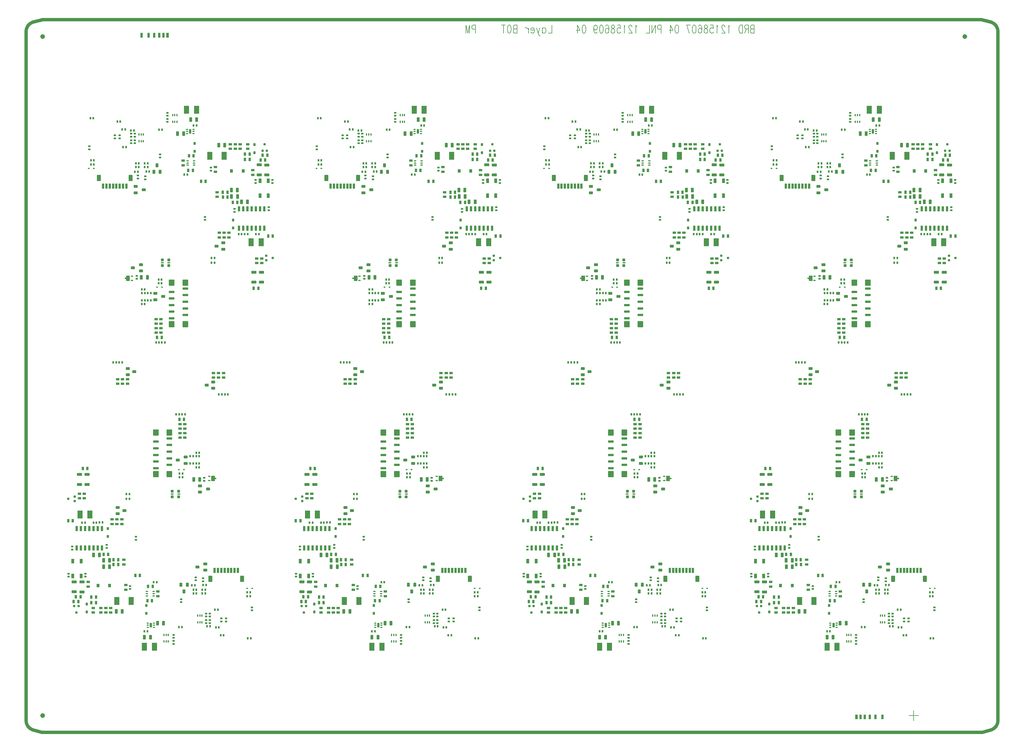
<source format=gbr>
*
G04 Job   : C:\Users\kuehne01\Desktop\Mentor_kuehne01\_JLR\12158607\Panel_12158609\12158609.pnl*
G04 User  : DE230259:kuehne01*
G04 Layer : SolderPasteBot.gbr*
G04 Date  : Tue Jul 23 11:50:03 2024*
G04 Expedition Layer: Solder Paste - Bottom*
%ICAS*%
%MOIN*%
%FSDAX24Y24*%
%OFA0.0000B0.0000*%
G90*
G74*
%AMVB_RECTANGLE*
21,1,$1,$2,0,0,$3*
%
%AMVB_RCRECTANGLE*
$3=$3X2*
21,1,$1-$3,$2,0,0,0*
21,1,$1,$2-$3,0,0,0*
$1=$1/2*
$2=$2/2*
$3=$3/2*
$1=$1-$3*
$2=$2-$3*
1,1,$3X2,0-$1,0-$2*
1,1,$3X2,0-$1,$2*
1,1,$3X2,$1,$2*
1,1,$3X2,$1,0-$2*
%
%ADD11C,0.00787*%
%ADD10C,0.03937*%
%ADD24VB_RECTANGLE,0.01969X0.01575X0.00000*%
%ADD31VB_RECTANGLE,0.04331X0.03150X270.00000*%
%ADD14VB_RCRECTANGLE,0.02362X0.01378X0.00197*%
%ADD32VB_RCRECTANGLE,0.02362X0.01575X0.00197*%
%ADD18VB_RCRECTANGLE,0.01575X0.02362X0.00197*%
%ADD26VB_RCRECTANGLE,0.02362X0.02165X0.00197*%
%ADD16VB_RCRECTANGLE,0.02165X0.02362X0.00197*%
%ADD35VB_RCRECTANGLE,0.02559X0.02362X0.00197*%
%ADD25VB_RCRECTANGLE,0.02362X0.02559X0.00197*%
%ADD30VB_RCRECTANGLE,0.02756X0.01575X0.00197*%
%ADD23VB_RCRECTANGLE,0.02756X0.01969X0.00197*%
%ADD12VB_RCRECTANGLE,0.01969X0.02756X0.00197*%
%ADD70VB_RCRECTANGLE,0.02362X0.03150X0.00197*%
%ADD29VB_RCRECTANGLE,0.03150X0.03150X0.00197*%
%ADD72VB_RCRECTANGLE,0.03543X0.01575X0.00197*%
%ADD17VB_RCRECTANGLE,0.03937X0.02756X0.00197*%
%ADD21VB_RCRECTANGLE,0.02756X0.03937X0.00197*%
%ADD19VB_RCRECTANGLE,0.04724X0.03150X0.00197*%
%ADD28VB_RCRECTANGLE,0.03150X0.04724X0.00197*%
%ADD15VB_RCRECTANGLE,0.02756X0.05118X0.00295*%
%ADD27VB_RCRECTANGLE,0.03150X0.05118X0.00197*%
%ADD20VB_RCRECTANGLE,0.03543X0.05512X0.00197*%
%ADD22VB_RCRECTANGLE,0.05906X0.03150X0.00197*%
%ADD34VB_RCRECTANGLE,0.02362X0.06102X0.00197*%
%ADD71VB_RCRECTANGLE,0.02362X0.06299X0.00197*%
%ADD37VB_RCRECTANGLE,0.06693X0.02362X0.00197*%
%ADD33VB_RCRECTANGLE,0.04724X0.07087X0.00197*%
%ADD36VB_RCRECTANGLE,0.06693X0.07087X0.00197*%
%ADD13VB_RCRECTANGLE,0.06299X0.09055X0.00197*%
%ADD73VB_RCRECTANGLE,0.06299X0.09449X0.00197*%
G01*
G36*
X-103425Y-000283D02*
G03X-103386Y-000285I000039J000283D01*
X-103100Y000000J000285*
X-103103Y000039I000286*
G01X-103346*
Y000283*
G03X-103386Y000285I000040J000283*
X-103671Y000000J000285*
X-103669Y-000039I000285*
G01X-103425*
Y-000283*
Y000283D02*
Y000039D01*
X-103669*
G03X-103671Y000000I000283J000039*
X-103386Y-000285I000285*
X-103346Y-000283J000285*
G01Y-000039*
X-103103*
G03X-103100Y000000I000283J000039*
X-103386Y000285I000286*
X-103425Y000283J000285*
G01Y080347D02*
G03X-103386Y080344I000039J000283D01*
X-103100Y080630J000286*
X-103103Y080669I000286*
G01X-103346*
Y080913*
G03X-103386Y080915I000040J000283*
X-103671Y080630J000285*
X-103669Y080591I000285*
G01X-103425*
Y080347*
Y080913D02*
Y080669D01*
X-103669*
G03X-103671Y080630I000283J000039*
X-103386Y080344I000285*
X-103346Y080347J000286*
G01Y080591*
X-103103*
G03X-103100Y080630I000283J000039*
X-103386Y080915I000286*
X-103425Y080913J000285*
G01X-093464Y052223D02*
G02X-093444Y052243I000020D01*
G01X-093050*
G02X-093031Y052223J000020*
G01Y051633*
G02X-093050Y051613I000019*
G01X-093444*
G02X-093464Y051633J000020*
G01Y051849*
X-093621*
G02X-093641Y051869J000020*
G01Y051987*
G02X-093621Y052007I000020*
G01X-093464*
Y052223*
X-091772Y080512D02*
X-091496D01*
Y081063*
X-091772*
Y080512*
X-090945D02*
X-090669D01*
Y081063*
X-090945*
Y080512*
X-090276D02*
X-090000D01*
Y081063*
X-090276*
Y080512*
X-089685D02*
X-089409D01*
Y081063*
X-089685*
Y080512*
X-089173D02*
X-088898D01*
Y081063*
X-089173*
Y080512*
X-088701D02*
X-088425D01*
Y081063*
X-088701*
Y080512*
X-082954Y027855D02*
G02X-082973Y027836I000019D01*
G01X-083367*
G02X-083387Y027855J000019*
G01Y028446*
G02X-083367Y028466I000020*
G01X-082973*
G02X-082954Y028446J000020*
G01Y028229*
X-082796*
G02X-082777Y028210J000019*
G01Y028092*
G02X-082796Y028072I000019*
G01X-082954*
Y027855*
X-066456Y052223D02*
G02X-066436Y052243I000020D01*
G01X-066042*
G02X-066023Y052223J000020*
G01Y051633*
G02X-066042Y051613I000019*
G01X-066436*
G02X-066456Y051633J000020*
G01Y051849*
X-066613*
G02X-066633Y051869J000020*
G01Y051987*
G02X-066613Y052007I000020*
G01X-066456*
Y052223*
X-055946Y027855D02*
G02X-055966Y027836I000020D01*
G01X-056359*
G02X-056379Y027855J000019*
G01Y028446*
G02X-056359Y028466I000020*
G01X-055966*
G02X-055946Y028446J000020*
G01Y028229*
X-055788*
G02X-055769Y028210J000019*
G01Y028092*
G02X-055788Y028072I000019*
G01X-055946*
Y027855*
X-039448Y052223D02*
G02X-039428Y052243I000020D01*
G01X-039034*
G02X-039015Y052223J000020*
G01Y051633*
G02X-039034Y051613I000019*
G01X-039428*
G02X-039448Y051633J000020*
G01Y051849*
X-039605*
G02X-039625Y051869J000020*
G01Y051987*
G02X-039605Y052007I000020*
G01X-039448*
Y052223*
X-028938Y027855D02*
G02X-028958Y027836I000020D01*
G01X-029351*
G02X-029371Y027855J000019*
G01Y028446*
G02X-029351Y028466I000020*
G01X-028958*
G02X-028938Y028446J000020*
G01Y028229*
X-028781*
G02X-028761Y028210J000019*
G01Y028092*
G02X-028781Y028072I000020*
G01X-028938*
Y027855*
X-012440Y052223D02*
G02X-012420Y052243I000020D01*
G01X-012027*
G02X-012007Y052223J000020*
G01Y051633*
G02X-012027Y051613I000020*
G01X-012420*
G02X-012440Y051633J000020*
G01Y051849*
X-012597*
G02X-012617Y051869J000020*
G01Y051987*
G02X-012597Y052007I000020*
G01X-012440*
Y052223*
X-006929Y-000433D02*
X-006654D01*
Y000118*
X-006929*
Y-000433*
X-006457D02*
X-006181D01*
Y000118*
X-006457*
Y-000433*
X-005945D02*
X-005669D01*
Y000118*
X-005945*
Y-000433*
X-005354D02*
X-005079D01*
Y000118*
X-005354*
Y-000433*
X-004685D02*
X-004409D01*
Y000118*
X-004685*
Y-000433*
X-003858D02*
X-003583D01*
Y000118*
X-003858*
Y-000433*
X-001930Y027855D02*
G02X-001950Y027836I000020D01*
G01X-002344*
G02X-002363Y027855J000019*
G01Y028446*
G02X-002344Y028466I000019*
G01X-001950*
G02X-001930Y028446J000020*
G01Y028229*
X-001773*
G02X-001753Y028210J000019*
G01Y028092*
G02X-001773Y028072I000020*
G01X-001930*
Y027855*
X006024Y080347D02*
G03X006063Y080344I000039J000283D01*
X006348Y080630J000286*
X006346Y080669I000285*
G01X006102*
Y080913*
G03X006063Y080915I000039J000283*
X005778Y080630J000285*
X005780Y080591I000285*
G01X006024*
Y080347*
Y080913D02*
Y080669D01*
X005780*
G03X005778Y080630I000283J000039*
X006063Y080344I000285*
X006102Y080347J000286*
G01Y080591*
X006346*
G03X006348Y080630I000283J000039*
X006063Y080915I000285*
X006024Y080913J000285*
G37*
G54D10*
G01X-105354Y081220D02*
Y-000591D01*
G03X-104567Y-001704I001181*
G01X-103493Y-001987*
G03X-103339Y-002008I000154J000570*
G01X007995*
G03X008151Y-001987J000591*
G01X009213Y-001704*
G03X010000Y-000591I000394J001113*
G01Y081220*
G03X009213Y082334I001181*
G01X008142Y082618*
G03X007992Y082638I000151J000571*
G01X-103339*
G03X-103341I000002J000591*
X-103492Y082618J000591*
G01X-104567Y082334*
G03X-105354Y081220I000394J001114*
G54D11*
G01X-052699Y081025D02*
Y082009D01*
X-052919Y081025*
X-053138Y082009*
Y081025*
X-052010D02*
Y082009D01*
X-052292*
X-052386Y081949*
X-052417Y081904*
X-052449Y081815*
Y081681*
X-052417Y081576*
X-052386Y081532*
X-052292Y081487*
X-052010*
X-048686Y082009D02*
Y081025D01*
X-048467Y082009D02*
X-048905D01*
X-047935D02*
X-047882Y081949D01*
X-047830Y081860*
X-047799Y081770*
X-047778Y081636*
Y081397*
X-047799Y081263*
X-047830Y081159*
X-047882Y081069*
X-047935Y081025*
X-048049*
X-048102Y081069*
X-048164Y081159*
X-048185Y081263*
X-048216Y081397*
Y081636*
X-048185Y081770*
X-048164Y081860*
X-048102Y081949*
X-048049Y082009*
X-047935*
X-047089Y081532D02*
X-047371D01*
X-047465Y081487*
X-047496Y081442*
X-047527Y081353*
Y081204*
X-047496Y081114*
X-047465Y081069*
X-047371Y081025*
X-047089*
Y082009*
X-047371*
X-047465Y081949*
X-047496Y081904*
X-047527Y081815*
Y081726*
X-047496Y081636*
X-047465Y081576*
X-047371Y081532*
X-045711Y081397D02*
X-045763Y081532D01*
X-045868Y081621*
X-045982Y081666*
X-046149*
X-045711D02*
Y081025D01*
X-045022Y081397D02*
X-045461D01*
Y081487*
X-045429Y081576*
X-045387Y081621*
X-045314Y081666*
X-045200*
X-045126Y081621*
X-045053Y081532*
X-045022Y081397*
Y081293*
X-045053Y081159*
X-045126Y081069*
X-045200Y081025*
X-045314*
X-045387Y081069*
X-045461Y081159*
X-044772Y081666D02*
X-044563Y081025D01*
X-044500Y080831*
X-044427Y080741*
X-044364Y080697*
X-044333*
X-044364Y081666D02*
X-044563Y081025D01*
X-044083Y081532D02*
X-044010Y081621D01*
X-043936Y081666*
X-043822*
X-043749Y081621*
X-043675Y081532*
X-043644Y081397*
Y081293*
X-043675Y081159*
X-043749Y081069*
X-043822Y081025*
X-043936*
X-044010Y081069*
X-044083Y081159*
Y081666D02*
Y081025D01*
X-042955Y082009D02*
Y081025D01*
X-043394*
X-039901Y081994D02*
Y081025D01*
Y081994D02*
X-039608Y081353D01*
X-040047*
X-039107Y081994D02*
X-039013Y081949D01*
X-038951Y081815*
X-038919Y081577*
Y081442*
X-038951Y081204*
X-039013Y081070*
X-039107Y081025*
X-039170*
X-039264Y081070*
X-039326Y081204*
X-039358Y081442*
Y081577*
X-039326Y081815*
X-039264Y081949*
X-039170Y081994*
X-039107*
X-037980Y081681D02*
X-037949Y081532D01*
X-037886Y081442*
X-037771Y081398*
X-037740*
X-037635Y081442*
X-037573Y081532*
X-037541Y081681*
Y081726*
X-037573Y081860*
X-037635Y081949*
X-037740Y081994*
X-037771*
X-037886Y081949*
X-037949Y081860*
X-037980Y081681*
Y081442*
X-037949Y081204*
X-037886Y081070*
X-037771Y081025*
X-037708*
X-037604Y081070*
X-037573Y081159*
X-037040Y081994D02*
X-036946Y081949D01*
X-036884Y081815*
X-036852Y081577*
Y081442*
X-036884Y081204*
X-036946Y081070*
X-037040Y081025*
X-037103*
X-037197Y081070*
X-037260Y081204*
X-037291Y081442*
Y081577*
X-037260Y081815*
X-037197Y081949*
X-037103Y081994*
X-037040*
X-036571Y081860D02*
X-036539Y081949D01*
X-036435Y081994*
X-036362*
X-036257Y081949*
X-036195Y081815*
X-036164Y081577*
Y081353*
X-036195Y081159*
X-036257Y081070*
X-036362Y081025*
X-036393*
X-036498Y081070*
X-036571Y081159*
X-036602Y081293*
Y081353*
X-036571Y081487*
X-036498Y081577*
X-036393Y081621*
X-036362*
X-036257Y081577*
X-036195Y081487*
X-036164Y081353*
X-035631Y081994D02*
X-035537Y081949D01*
X-035506Y081860*
Y081770*
X-035537Y081666*
X-035600Y081621*
X-035725Y081577*
X-035819Y081532*
X-035882Y081442*
X-035913Y081353*
Y081204*
X-035882Y081114*
X-035850Y081070*
X-035756Y081025*
X-035631*
X-035537Y081070*
X-035506Y081114*
X-035475Y081204*
Y081353*
X-035506Y081442*
X-035569Y081532*
X-035662Y081577*
X-035788Y081621*
X-035850Y081666*
X-035882Y081770*
Y081860*
X-035850Y081949*
X-035756Y081994*
X-035631*
X-035161D02*
X-034848D01*
X-034817Y081577*
X-034848Y081621*
X-034942Y081666*
X-035036*
X-035130Y081621*
X-035193Y081532*
X-035224Y081398*
Y081293*
X-035193Y081159*
X-035130Y081070*
X-035036Y081025*
X-034942*
X-034848Y081070*
X-034817Y081114*
X-034786Y081204*
X-034264Y081815D02*
X-034305Y081860D01*
X-034358Y081994*
Y081025*
X-033439Y081770D02*
Y081815D01*
X-033470Y081905*
X-033502Y081949*
X-033564Y082009*
X-033690*
X-033752Y081949*
X-033783Y081905*
X-033815Y081815*
Y081726*
X-033783Y081636*
X-033721Y081487*
X-033408Y081025*
X-033846*
X-032886Y081815D02*
X-032927Y081860D01*
X-032980Y081994*
Y081025*
X-031341Y082009D02*
Y081025D01*
X-031779*
X-030652D02*
Y082009D01*
X-031090Y081025*
Y082009*
X-029963Y081025D02*
Y082009D01*
X-030245*
X-030339Y081949*
X-030370Y081905*
X-030401Y081815*
Y081681*
X-030370Y081577*
X-030339Y081532*
X-030245Y081487*
X-029963*
X-028877Y081994D02*
X-028585Y081353D01*
X-029023*
X-028877Y081994D02*
Y081025D01*
X-028084Y081994D02*
X-027990Y081949D01*
X-027927Y081815*
X-027896Y081577*
Y081442*
X-027927Y081204*
X-027990Y081070*
X-028084Y081025*
X-028147*
X-028240Y081070*
X-028303Y081204*
X-028334Y081442*
Y081577*
X-028303Y081815*
X-028240Y081949*
X-028147Y081994*
X-028084*
X-026518D02*
X-026956D01*
X-026643Y081025*
X-026017Y081994D02*
X-025923Y081949D01*
X-025860Y081815*
X-025829Y081577*
Y081442*
X-025860Y081204*
X-025923Y081070*
X-026017Y081025*
X-026080*
X-026174Y081070*
X-026236Y081204*
X-026268Y081442*
Y081577*
X-026236Y081815*
X-026174Y081949*
X-026080Y081994*
X-026017*
X-025547Y081860D02*
X-025516Y081949D01*
X-025412Y081994*
X-025338*
X-025234Y081949*
X-025171Y081815*
X-025140Y081577*
Y081353*
X-025171Y081159*
X-025234Y081070*
X-025338Y081025*
X-025370*
X-025474Y081070*
X-025547Y081159*
X-025579Y081293*
Y081353*
X-025547Y081487*
X-025474Y081577*
X-025370Y081621*
X-025338*
X-025234Y081577*
X-025171Y081487*
X-025140Y081353*
X-024608Y081994D02*
X-024514Y081949D01*
X-024482Y081860*
Y081770*
X-024514Y081666*
X-024576Y081621*
X-024702Y081577*
X-024796Y081532*
X-024858Y081442*
X-024890Y081353*
Y081204*
X-024858Y081114*
X-024827Y081070*
X-024733Y081025*
X-024608*
X-024514Y081070*
X-024482Y081114*
X-024451Y081204*
Y081353*
X-024482Y081442*
X-024545Y081532*
X-024639Y081577*
X-024764Y081621*
X-024827Y081666*
X-024858Y081770*
Y081860*
X-024827Y081949*
X-024733Y081994*
X-024608*
X-024138D02*
X-023825D01*
X-023794Y081577*
X-023825Y081621*
X-023919Y081666*
X-024013*
X-024107Y081621*
X-024169Y081532*
X-024201Y081398*
Y081293*
X-024169Y081159*
X-024107Y081070*
X-024013Y081025*
X-023919*
X-023825Y081070*
X-023794Y081114*
X-023762Y081204*
X-023240Y081815D02*
X-023282Y081860D01*
X-023334Y081994*
Y081025*
X-022416Y081770D02*
Y081815D01*
X-022447Y081905*
X-022478Y081949*
X-022541Y082009*
X-022666*
X-022729Y081949*
X-022760Y081905*
X-022791Y081815*
Y081726*
X-022760Y081636*
X-022697Y081487*
X-022384Y081025*
X-022823*
X-021862Y081815D02*
X-021904Y081860D01*
X-021956Y081994*
Y081025*
X-020317Y082009D02*
X-020537D01*
X-020631Y081949*
X-020693Y081860*
X-020725Y081770*
X-020756Y081636*
Y081398*
X-020725Y081263*
X-020693Y081159*
X-020631Y081070*
X-020537Y081025*
X-020317*
Y082009*
X-019848Y081532D02*
X-020067Y081025D01*
X-019628D02*
Y082009D01*
X-019910*
X-020004Y081949*
X-020036Y081905*
X-020067Y081815*
Y081726*
X-020036Y081636*
X-020004Y081577*
X-019910Y081532*
X-019628*
X-018939D02*
X-019221D01*
X-019315Y081487*
X-019347Y081442*
X-019378Y081353*
Y081204*
X-019347Y081114*
X-019315Y081070*
X-019221Y081025*
X-018939*
Y082009*
X-019221*
X-019315Y081949*
X-019347Y081905*
X-019378Y081815*
Y081726*
X-019347Y081636*
X-019315Y081577*
X-019221Y081532*
X-000591Y000000D02*
X000591D01*
X000000Y000591D02*
Y-000591D01*
G54D12*
X-098709Y022913D03*
X-098354D03*
X-097728Y070925D03*
X-097661Y065921D03*
X-097374Y070925D03*
X-097358Y022913D03*
X-097307Y065921D03*
X-097004Y022913D03*
X-096646Y022921D03*
X-096291D03*
X-095016Y041929D03*
X-094661D03*
X-094520Y070535D03*
X-094295Y041929D03*
X-094165Y070535D03*
X-093945Y069598D03*
X-093941Y041929D03*
X-093837Y067500D03*
X-093591Y069598D03*
X-093482Y067500D03*
X-093437Y025740D03*
Y026295D03*
X-093083Y025740D03*
Y026295D03*
X-092906Y069476D03*
X-092551D03*
X-092437Y064579D03*
X-092327Y065130D03*
Y065563D03*
X-092083Y064579D03*
X-091972Y065130D03*
Y065563D03*
X-091622Y048868D03*
Y050600D03*
X-091612Y049291D03*
Y050154D03*
X-091307Y010000D03*
X-091280Y065130D03*
Y065563D03*
X-091268Y048868D03*
Y050600D03*
X-091258Y049291D03*
Y050154D03*
X-091093Y064614D03*
X-090953Y010000D03*
X-090925Y065130D03*
Y065563D03*
X-090738Y064614D03*
X-090197Y015841D03*
X-089925Y044303D03*
X-089843Y015841D03*
X-089624Y051776D03*
X-089571Y044303D03*
X-089567Y069563D03*
X-089270Y051776D03*
X-089236Y044303D03*
X-089213Y069563D03*
X-088882Y044303D03*
X-087535Y035776D03*
X-087205Y010516D03*
X-087181Y035776D03*
X-087148Y028303D03*
X-086850Y010516D03*
X-086846Y035776D03*
X-086793Y028303D03*
X-086575Y064238D03*
X-086492Y035776D03*
X-086220Y064238D03*
X-085679Y015465D03*
X-085492Y014516D03*
Y014949D03*
X-085465Y070079D03*
X-085325Y015465D03*
X-085159Y029925D03*
Y030787D03*
X-085150Y029478D03*
Y031211D03*
X-085138Y014516D03*
Y014949D03*
X-085110Y070079D03*
X-084805Y029925D03*
Y030787D03*
X-084795Y029478D03*
Y031211D03*
X-084445Y014516D03*
Y014949D03*
X-084335Y015500D03*
X-084091Y014516D03*
Y014949D03*
X-083980Y015500D03*
X-083866Y010602D03*
X-083512D03*
X-083335Y053783D03*
Y054339D03*
X-082980Y053783D03*
Y054339D03*
X-082935Y012579D03*
X-082827Y010480D03*
X-082581Y012579D03*
X-082476Y038150D03*
X-082472Y010480D03*
X-082252Y009543D03*
X-082122Y038150D03*
X-081898Y009543D03*
X-081756Y038150D03*
X-081402D03*
X-080126Y057157D03*
X-079772D03*
X-079413Y057165D03*
X-079110Y014157D03*
X-079059Y057165D03*
X-079043Y009154D03*
X-078756Y014157D03*
X-078689Y009154D03*
X-078063Y057165D03*
X-077709D03*
X-071701Y022913D03*
X-071346D03*
X-070720Y070925D03*
X-070654Y065921D03*
X-070366Y070925D03*
X-070350Y022913D03*
X-070299Y065921D03*
X-069996Y022913D03*
X-069638Y022921D03*
X-069283D03*
X-068008Y041929D03*
X-067654D03*
X-067512Y070535D03*
X-067287Y041929D03*
X-067157Y070535D03*
X-066937Y069598D03*
X-066933Y041929D03*
X-066829Y067500D03*
X-066583Y069598D03*
X-066474Y067500D03*
X-066429Y025740D03*
Y026295D03*
X-066075Y025740D03*
Y026295D03*
X-065898Y069476D03*
X-065543D03*
X-065429Y064579D03*
X-065319Y065130D03*
Y065563D03*
X-065075Y064579D03*
X-064965Y065130D03*
Y065563D03*
X-064614Y048868D03*
Y050600D03*
X-064604Y049291D03*
Y050154D03*
X-064299Y010000D03*
X-064272Y065130D03*
Y065563D03*
X-064260Y048868D03*
Y050600D03*
X-064250Y049291D03*
Y050154D03*
X-064085Y064614D03*
X-063945Y010000D03*
X-063917Y065130D03*
Y065563D03*
X-063730Y064614D03*
X-063189Y015841D03*
X-062917Y044303D03*
X-062835Y015841D03*
X-062616Y051776D03*
X-062563Y044303D03*
X-062559Y069563D03*
X-062262Y051776D03*
X-062228Y044303D03*
X-062205Y069563D03*
X-061874Y044303D03*
X-060528Y035776D03*
X-060197Y010516D03*
X-060173Y035776D03*
X-060140Y028303D03*
X-059843Y010516D03*
X-059839Y035776D03*
X-059785Y028303D03*
X-059567Y064238D03*
X-059484Y035776D03*
X-059213Y064238D03*
X-058671Y015465D03*
X-058484Y014516D03*
Y014949D03*
X-058457Y070079D03*
X-058317Y015465D03*
X-058152Y029925D03*
Y030787D03*
X-058142Y029478D03*
Y031211D03*
X-058130Y014516D03*
Y014949D03*
X-058102Y070079D03*
X-057797Y029925D03*
Y030787D03*
X-057787Y029478D03*
Y031211D03*
X-057437Y014516D03*
Y014949D03*
X-057327Y015500D03*
X-057083Y014516D03*
Y014949D03*
X-056972Y015500D03*
X-056858Y010602D03*
X-056504D03*
X-056327Y053783D03*
Y054339D03*
X-055972Y053783D03*
Y054339D03*
X-055927Y012579D03*
X-055819Y010480D03*
X-055573Y012579D03*
X-055469Y038150D03*
X-055465Y010480D03*
X-055244Y009543D03*
X-055114Y038150D03*
X-054890Y009543D03*
X-054748Y038150D03*
X-054394D03*
X-053118Y057157D03*
X-052764D03*
X-052406Y057165D03*
X-052102Y014157D03*
X-052051Y057165D03*
X-052035Y009154D03*
X-051748Y014157D03*
X-051681Y009154D03*
X-051055Y057165D03*
X-050701D03*
X-044693Y022913D03*
X-044339D03*
X-043713Y070925D03*
X-043646Y065921D03*
X-043358Y070925D03*
X-043343Y022913D03*
X-043291Y065921D03*
X-042988Y022913D03*
X-042630Y022921D03*
X-042276D03*
X-041000Y041929D03*
X-040646D03*
X-040504Y070535D03*
X-040280Y041929D03*
X-040150Y070535D03*
X-039929Y069598D03*
X-039925Y041929D03*
X-039821Y067500D03*
X-039575Y069598D03*
X-039467Y067500D03*
X-039421Y025740D03*
Y026295D03*
X-039067Y025740D03*
Y026295D03*
X-038890Y069476D03*
X-038535D03*
X-038421Y064579D03*
X-038311Y065130D03*
Y065563D03*
X-038067Y064579D03*
X-037957Y065130D03*
Y065563D03*
X-037606Y048868D03*
Y050600D03*
X-037596Y049291D03*
Y050154D03*
X-037291Y010000D03*
X-037264Y065130D03*
Y065563D03*
X-037252Y048868D03*
Y050600D03*
X-037242Y049291D03*
Y050154D03*
X-037077Y064614D03*
X-036937Y010000D03*
X-036909Y065130D03*
Y065563D03*
X-036722Y064614D03*
X-036181Y015841D03*
X-035909Y044303D03*
X-035827Y015841D03*
X-035608Y051776D03*
X-035555Y044303D03*
X-035551Y069563D03*
X-035254Y051776D03*
X-035220Y044303D03*
X-035197Y069563D03*
X-034866Y044303D03*
X-033520Y035776D03*
X-033189Y010516D03*
X-033165Y035776D03*
X-033132Y028303D03*
X-032835Y010516D03*
X-032831Y035776D03*
X-032778Y028303D03*
X-032559Y064238D03*
X-032476Y035776D03*
X-032205Y064238D03*
X-031663Y015465D03*
X-031476Y014516D03*
Y014949D03*
X-031449Y070079D03*
X-031309Y015465D03*
X-031144Y029925D03*
Y030787D03*
X-031134Y029478D03*
Y031211D03*
X-031122Y014516D03*
Y014949D03*
X-031094Y070079D03*
X-030789Y029925D03*
Y030787D03*
X-030780Y029478D03*
Y031211D03*
X-030429Y014516D03*
Y014949D03*
X-030319Y015500D03*
X-030075Y014516D03*
Y014949D03*
X-029965Y015500D03*
X-029850Y010602D03*
X-029496D03*
X-029319Y053783D03*
Y054339D03*
X-028965Y053783D03*
Y054339D03*
X-028919Y012579D03*
X-028811Y010480D03*
X-028565Y012579D03*
X-028461Y038150D03*
X-028457Y010480D03*
X-028236Y009543D03*
X-028106Y038150D03*
X-027882Y009543D03*
X-027740Y038150D03*
X-027386D03*
X-026110Y057157D03*
X-025756D03*
X-025398Y057165D03*
X-025094Y014157D03*
X-025043Y057165D03*
X-025028Y009154D03*
X-024740Y014157D03*
X-024673Y009154D03*
X-024047Y057165D03*
X-023693D03*
X-017685Y022913D03*
X-017331D03*
X-016705Y070925D03*
X-016638Y065921D03*
X-016350Y070925D03*
X-016335Y022913D03*
X-016283Y065921D03*
X-015980Y022913D03*
X-015622Y022921D03*
X-015268D03*
X-013992Y041929D03*
X-013638D03*
X-013496Y070535D03*
X-013272Y041929D03*
X-013142Y070535D03*
X-012921Y069598D03*
X-012917Y041929D03*
X-012813Y067500D03*
X-012567Y069598D03*
X-012459Y067500D03*
X-012413Y025740D03*
Y026295D03*
X-012059Y025740D03*
Y026295D03*
X-011882Y069476D03*
X-011528D03*
X-011413Y064579D03*
X-011303Y065130D03*
Y065563D03*
X-011059Y064579D03*
X-010949Y065130D03*
Y065563D03*
X-010598Y048868D03*
Y050600D03*
X-010589Y049291D03*
Y050154D03*
X-010283Y010000D03*
X-010256Y065130D03*
Y065563D03*
X-010244Y048868D03*
Y050600D03*
X-010234Y049291D03*
Y050154D03*
X-010069Y064614D03*
X-009929Y010000D03*
X-009902Y065130D03*
Y065563D03*
X-009715Y064614D03*
X-009173Y015841D03*
X-008902Y044303D03*
X-008819Y015841D03*
X-008600Y051776D03*
X-008547Y044303D03*
X-008543Y069563D03*
X-008246Y051776D03*
X-008213Y044303D03*
X-008189Y069563D03*
X-007858Y044303D03*
X-006512Y035776D03*
X-006181Y010516D03*
X-006157Y035776D03*
X-006124Y028303D03*
X-005827Y010516D03*
X-005823Y035776D03*
X-005770Y028303D03*
X-005551Y064238D03*
X-005469Y035776D03*
X-005197Y064238D03*
X-004656Y015465D03*
X-004469Y014516D03*
Y014949D03*
X-004441Y070079D03*
X-004301Y015465D03*
X-004136Y029925D03*
Y030787D03*
X-004126Y029478D03*
Y031211D03*
X-004114Y014516D03*
Y014949D03*
X-004087Y070079D03*
X-003781Y029925D03*
Y030787D03*
X-003772Y029478D03*
Y031211D03*
X-003421Y014516D03*
Y014949D03*
X-003311Y015500D03*
X-003067Y014516D03*
Y014949D03*
X-002957Y015500D03*
X-002843Y010602D03*
X-002488D03*
X-002311Y053783D03*
Y054339D03*
X-001957Y053783D03*
Y054339D03*
X-001911Y012579D03*
X-001803Y010480D03*
X-001557Y012579D03*
X-001453Y038150D03*
X-001449Y010480D03*
X-001228Y009543D03*
X-001098Y038150D03*
X-000874Y009543D03*
X-000732Y038150D03*
X-000378D03*
X000898Y057157D03*
X001252D03*
X001610Y057165D03*
X001913Y014157D03*
X001965Y057165D03*
X001980Y009154D03*
X002268Y014157D03*
X002335Y009154D03*
X002961Y057165D03*
X003315D03*
G54D13*
X-094577Y013614D03*
X-092864D03*
X-083553Y066465D03*
X-081841D03*
X-067569Y013614D03*
X-065856D03*
X-056545Y066465D03*
X-054833D03*
X-040561Y013614D03*
X-038848D03*
X-029537Y066465D03*
X-027825D03*
X-013553Y013614D03*
X-011841D03*
X-002530Y066465D03*
X-000817D03*
G54D14*
X-090925Y010469D03*
Y010724D03*
Y010980D03*
X-090177Y010469D03*
Y010724D03*
Y010980D03*
X-086240Y069098D03*
Y069354D03*
Y069610D03*
X-085492Y069098D03*
Y069354D03*
Y069610D03*
X-063917Y010469D03*
Y010724D03*
Y010980D03*
X-063169Y010469D03*
Y010724D03*
Y010980D03*
X-059232Y069098D03*
Y069354D03*
Y069610D03*
X-058484Y069098D03*
Y069354D03*
Y069610D03*
X-036909Y010469D03*
Y010724D03*
Y010980D03*
X-036161Y010469D03*
Y010724D03*
Y010980D03*
X-032224Y069098D03*
Y069354D03*
Y069610D03*
X-031476Y069098D03*
Y069354D03*
Y069610D03*
X-009902Y010469D03*
Y010724D03*
Y010980D03*
X-009154Y010469D03*
Y010724D03*
Y010980D03*
X-005217Y069098D03*
Y069354D03*
Y069610D03*
X-004469Y069098D03*
Y069354D03*
Y069610D03*
G54D15*
X-090551Y010724D03*
X-085866Y069354D03*
X-063543Y010724D03*
X-058858Y069354D03*
X-036535Y010724D03*
X-031850Y069354D03*
X-009528Y010724D03*
X-004843Y069354D03*
G54D16*
X-097661Y065449D03*
X-097307D03*
X-090909Y049291D03*
Y050154D03*
X-090555Y049291D03*
Y050154D03*
X-089624Y051335D03*
X-089270D03*
X-087148Y028744D03*
X-086793D03*
X-085862Y029925D03*
Y030787D03*
X-085508Y029925D03*
Y030787D03*
X-079110Y014630D03*
X-078756D03*
X-070654Y065449D03*
X-070299D03*
X-063902Y049291D03*
Y050154D03*
X-063547Y049291D03*
Y050154D03*
X-062616Y051335D03*
X-062262D03*
X-060140Y028744D03*
X-059785D03*
X-058854Y029925D03*
Y030787D03*
X-058500Y029925D03*
Y030787D03*
X-052102Y014630D03*
X-051748D03*
X-043646Y065449D03*
X-043291D03*
X-036894Y049291D03*
Y050154D03*
X-036539Y049291D03*
Y050154D03*
X-035608Y051335D03*
X-035254D03*
X-033132Y028744D03*
X-032778D03*
X-031846Y029925D03*
Y030787D03*
X-031492Y029925D03*
Y030787D03*
X-025094Y014630D03*
X-024740D03*
X-016638Y065449D03*
X-016283D03*
X-009886Y049291D03*
Y050154D03*
X-009531Y049291D03*
Y050154D03*
X-008600Y051335D03*
X-008246D03*
X-006124Y028744D03*
X-005770D03*
X-004839Y029925D03*
Y030787D03*
X-004484Y029925D03*
Y030787D03*
X001913Y014630D03*
X002268D03*
G54D17*
X-099028Y025799D03*
Y026350D03*
X-098441Y025799D03*
Y026350D03*
X-097988Y015315D03*
Y015866D03*
X-097366Y012232D03*
Y012783D03*
X-096465Y012232D03*
Y012783D03*
X-095890Y012232D03*
Y012783D03*
X-095315Y012232D03*
Y012783D03*
X-095138Y022748D03*
Y023299D03*
X-094567Y022748D03*
Y023299D03*
X-094492Y039398D03*
Y039949D03*
X-093992Y022748D03*
Y023299D03*
X-093917Y039394D03*
Y039945D03*
X-093736Y017937D03*
Y018488D03*
X-093524Y014949D03*
Y015500D03*
X-093299Y039394D03*
Y039945D03*
X-089909Y045461D03*
Y046012D03*
Y046528D03*
Y047079D03*
X-089720Y014177D03*
Y014728D03*
X-089335Y045461D03*
Y046012D03*
Y046528D03*
Y047079D03*
X-087083Y033000D03*
Y033551D03*
Y034067D03*
Y034618D03*
X-086697Y065350D03*
Y065902D03*
X-086508Y033000D03*
Y033551D03*
Y034067D03*
Y034618D03*
X-083118Y040134D03*
Y040685D03*
X-082894Y064579D03*
Y065130D03*
X-082681Y061591D03*
Y062142D03*
X-082500Y040134D03*
Y040685D03*
X-082425Y056780D03*
Y057331D03*
X-081925Y040130D03*
Y040681D03*
X-081850Y056780D03*
Y057331D03*
X-081280Y056780D03*
Y057331D03*
X-081102Y067295D03*
Y067846D03*
X-080528Y067295D03*
Y067846D03*
X-079953Y067295D03*
Y067846D03*
X-079051Y067295D03*
Y067846D03*
X-078429Y064213D03*
Y064764D03*
X-077976Y053728D03*
Y054280D03*
X-077390Y053728D03*
Y054280D03*
X-072020Y025799D03*
Y026350D03*
X-071433Y025799D03*
Y026350D03*
X-070980Y015315D03*
Y015866D03*
X-070358Y012232D03*
Y012783D03*
X-069457Y012232D03*
Y012783D03*
X-068882Y012232D03*
Y012783D03*
X-068307Y012232D03*
Y012783D03*
X-068130Y022748D03*
Y023299D03*
X-067559Y022748D03*
Y023299D03*
X-067484Y039398D03*
Y039949D03*
X-066984Y022748D03*
Y023299D03*
X-066909Y039394D03*
Y039945D03*
X-066728Y017937D03*
Y018488D03*
X-066516Y014949D03*
Y015500D03*
X-066291Y039394D03*
Y039945D03*
X-062902Y045461D03*
Y046012D03*
Y046528D03*
Y047079D03*
X-062713Y014177D03*
Y014728D03*
X-062327Y045461D03*
Y046012D03*
Y046528D03*
Y047079D03*
X-060075Y033000D03*
Y033551D03*
Y034067D03*
Y034618D03*
X-059689Y065350D03*
Y065902D03*
X-059500Y033000D03*
Y033551D03*
Y034067D03*
Y034618D03*
X-056110Y040134D03*
Y040685D03*
X-055886Y064579D03*
Y065130D03*
X-055673Y061591D03*
Y062142D03*
X-055492Y040134D03*
Y040685D03*
X-055417Y056780D03*
Y057331D03*
X-054917Y040130D03*
Y040681D03*
X-054843Y056780D03*
Y057331D03*
X-054272Y056780D03*
Y057331D03*
X-054094Y067295D03*
Y067846D03*
X-053520Y067295D03*
Y067846D03*
X-052945Y067295D03*
Y067846D03*
X-052043Y067295D03*
Y067846D03*
X-051421Y064213D03*
Y064764D03*
X-050969Y053728D03*
Y054280D03*
X-050382Y053728D03*
Y054280D03*
X-045012Y025799D03*
Y026350D03*
X-044425Y025799D03*
Y026350D03*
X-043972Y015315D03*
Y015866D03*
X-043350Y012232D03*
Y012783D03*
X-042449Y012232D03*
Y012783D03*
X-041874Y012232D03*
Y012783D03*
X-041299Y012232D03*
Y012783D03*
X-041122Y022748D03*
Y023299D03*
X-040551Y022748D03*
Y023299D03*
X-040476Y039398D03*
Y039949D03*
X-039976Y022748D03*
Y023299D03*
X-039902Y039394D03*
Y039945D03*
X-039720Y017937D03*
Y018488D03*
X-039508Y014949D03*
Y015500D03*
X-039283Y039394D03*
Y039945D03*
X-035894Y045461D03*
Y046012D03*
Y046528D03*
Y047079D03*
X-035705Y014177D03*
Y014728D03*
X-035319Y045461D03*
Y046012D03*
Y046528D03*
Y047079D03*
X-033067Y033000D03*
Y033551D03*
Y034067D03*
Y034618D03*
X-032681Y065350D03*
Y065902D03*
X-032492Y033000D03*
Y033551D03*
Y034067D03*
Y034618D03*
X-029102Y040134D03*
Y040685D03*
X-028878Y064579D03*
Y065130D03*
X-028665Y061591D03*
Y062142D03*
X-028484Y040134D03*
Y040685D03*
X-028409Y056780D03*
Y057331D03*
X-027909Y040130D03*
Y040681D03*
X-027835Y056780D03*
Y057331D03*
X-027264Y056780D03*
Y057331D03*
X-027087Y067295D03*
Y067846D03*
X-026512Y067295D03*
Y067846D03*
X-025937Y067295D03*
Y067846D03*
X-025035Y067295D03*
Y067846D03*
X-024413Y064213D03*
Y064764D03*
X-023961Y053728D03*
Y054280D03*
X-023374Y053728D03*
Y054280D03*
X-018004Y025799D03*
Y026350D03*
X-017417Y025799D03*
Y026350D03*
X-016965Y015315D03*
Y015866D03*
X-016343Y012232D03*
Y012783D03*
X-015441Y012232D03*
Y012783D03*
X-014866Y012232D03*
Y012783D03*
X-014291Y012232D03*
Y012783D03*
X-014114Y022748D03*
Y023299D03*
X-013543Y022748D03*
Y023299D03*
X-013469Y039398D03*
Y039949D03*
X-012969Y022748D03*
Y023299D03*
X-012894Y039394D03*
Y039945D03*
X-012713Y017937D03*
Y018488D03*
X-012500Y014949D03*
Y015500D03*
X-012276Y039394D03*
Y039945D03*
X-008886Y045461D03*
Y046012D03*
Y046528D03*
Y047079D03*
X-008697Y014177D03*
Y014728D03*
X-008311Y045461D03*
Y046012D03*
Y046528D03*
Y047079D03*
X-006059Y033000D03*
Y033551D03*
Y034067D03*
Y034618D03*
X-005673Y065350D03*
Y065902D03*
X-005484Y033000D03*
Y033551D03*
Y034067D03*
Y034618D03*
X-002094Y040134D03*
Y040685D03*
X-001870Y064579D03*
Y065130D03*
X-001657Y061591D03*
Y062142D03*
X-001476Y040134D03*
Y040685D03*
X-001402Y056780D03*
Y057331D03*
X-000902Y040130D03*
Y040681D03*
X-000827Y056780D03*
Y057331D03*
X-000256Y056780D03*
Y057331D03*
X-000079Y067295D03*
Y067846D03*
X000496Y067295D03*
Y067846D03*
X001071Y067295D03*
Y067846D03*
X001972Y067295D03*
Y067846D03*
X002594Y064213D03*
Y064764D03*
X003047Y053728D03*
Y054280D03*
X003634Y053728D03*
Y054280D03*
G54D18*
X-091945Y068209D03*
Y068996D03*
X-091689Y068209D03*
Y068996D03*
X-091433Y068209D03*
Y068996D03*
X-088976Y008787D03*
Y009575D03*
X-088720Y008787D03*
Y009575D03*
X-088465Y008787D03*
Y009575D03*
X-087953Y070504D03*
Y071291D03*
X-087697Y070504D03*
Y071291D03*
X-087441Y070504D03*
Y071291D03*
X-084984Y011083D03*
Y011870D03*
X-084728Y011083D03*
Y011870D03*
X-084472Y011083D03*
Y011870D03*
X-064937Y068209D03*
Y068996D03*
X-064681Y068209D03*
Y068996D03*
X-064425Y068209D03*
Y068996D03*
X-061969Y008787D03*
Y009575D03*
X-061713Y008787D03*
Y009575D03*
X-061457Y008787D03*
Y009575D03*
X-060945Y070504D03*
Y071291D03*
X-060689Y070504D03*
Y071291D03*
X-060433Y070504D03*
Y071291D03*
X-057976Y011083D03*
Y011870D03*
X-057720Y011083D03*
Y011870D03*
X-057465Y011083D03*
Y011870D03*
X-037929Y068209D03*
Y068996D03*
X-037673Y068209D03*
Y068996D03*
X-037417Y068209D03*
Y068996D03*
X-034961Y008787D03*
Y009575D03*
X-034705Y008787D03*
Y009575D03*
X-034449Y008787D03*
Y009575D03*
X-033937Y070504D03*
Y071291D03*
X-033681Y070504D03*
Y071291D03*
X-033425Y070504D03*
Y071291D03*
X-030969Y011083D03*
Y011870D03*
X-030713Y011083D03*
Y011870D03*
X-030457Y011083D03*
Y011870D03*
X-010921Y068209D03*
Y068996D03*
X-010665Y068209D03*
Y068996D03*
X-010409Y068209D03*
Y068996D03*
X-007953Y008787D03*
Y009575D03*
X-007697Y008787D03*
Y009575D03*
X-007441Y008787D03*
Y009575D03*
X-006929Y070504D03*
Y071291D03*
X-006673Y070504D03*
Y071291D03*
X-006417Y070504D03*
Y071291D03*
X-003961Y011083D03*
Y011870D03*
X-003705Y011083D03*
Y011870D03*
X-003449Y011083D03*
Y011870D03*
G54D19*
X-094465Y023953D03*
Y024701D03*
X-093677Y024327D03*
X-093283Y040465D03*
Y041213D03*
X-092665Y053173D03*
X-092496Y040839D03*
X-092335Y062071D03*
Y062819D03*
X-091720Y052799D03*
Y053547D03*
X-091390Y062445D03*
X-090012Y049382D03*
Y050130D03*
X-089067Y049756D03*
X-087350Y030323D03*
X-086406Y029949D03*
Y030697D03*
X-085028Y017634D03*
X-084697Y026531D03*
Y027280D03*
X-084083Y017260D03*
Y018008D03*
X-083921Y039240D03*
X-083752Y026906D03*
X-083134Y038866D03*
Y039614D03*
X-082740Y055752D03*
X-081953Y055378D03*
Y056126D03*
X-067457Y023953D03*
Y024701D03*
X-066669Y024327D03*
X-066276Y040465D03*
Y041213D03*
X-065657Y053173D03*
X-065488Y040839D03*
X-065327Y062071D03*
Y062819D03*
X-064713Y052799D03*
Y053547D03*
X-064382Y062445D03*
X-063004Y049382D03*
Y050130D03*
X-062059Y049756D03*
X-060343Y030323D03*
X-059398Y029949D03*
Y030697D03*
X-058020Y017634D03*
X-057689Y026531D03*
Y027280D03*
X-057075Y017260D03*
Y018008D03*
X-056913Y039240D03*
X-056744Y026906D03*
X-056126Y038866D03*
Y039614D03*
X-055732Y055752D03*
X-054945Y055378D03*
Y056126D03*
X-040449Y023953D03*
Y024701D03*
X-039661Y024327D03*
X-039268Y040465D03*
Y041213D03*
X-038650Y053173D03*
X-038480Y040839D03*
X-038319Y062071D03*
Y062819D03*
X-037705Y052799D03*
Y053547D03*
X-037374Y062445D03*
X-035996Y049382D03*
Y050130D03*
X-035051Y049756D03*
X-033335Y030323D03*
X-032390Y029949D03*
Y030697D03*
X-031012Y017634D03*
X-030681Y026531D03*
Y027280D03*
X-030067Y017260D03*
Y018008D03*
X-029906Y039240D03*
X-029736Y026906D03*
X-029118Y038866D03*
Y039614D03*
X-028724Y055752D03*
X-027937Y055378D03*
Y056126D03*
X-013441Y023953D03*
Y024701D03*
X-012654Y024327D03*
X-012260Y040465D03*
Y041213D03*
X-011642Y053173D03*
X-011472Y040839D03*
X-011311Y062071D03*
Y062819D03*
X-010697Y052799D03*
Y053547D03*
X-010366Y062445D03*
X-008988Y049382D03*
Y050130D03*
X-008043Y049756D03*
X-006327Y030323D03*
X-005382Y029949D03*
Y030697D03*
X-004004Y017634D03*
X-003673Y026531D03*
Y027280D03*
X-003059Y017260D03*
Y018008D03*
X-002898Y039240D03*
X-002728Y026906D03*
X-002110Y038866D03*
Y039614D03*
X-001717Y055752D03*
X-000929Y055378D03*
Y056126D03*
G54D20*
X-099811Y016575D03*
Y018346D03*
X-098827Y016575D03*
Y018346D03*
X-077591Y061732D03*
Y063504D03*
X-076606Y061732D03*
Y063504D03*
X-072803Y016575D03*
Y018346D03*
X-071819Y016575D03*
Y018346D03*
X-050583Y061732D03*
Y063504D03*
X-049598Y061732D03*
Y063504D03*
X-045795Y016575D03*
Y018346D03*
X-044811Y016575D03*
Y018346D03*
X-023575Y061732D03*
Y063504D03*
X-022591Y061732D03*
Y063504D03*
X-018787Y016575D03*
Y018346D03*
X-017803Y016575D03*
Y018346D03*
X003433Y061732D03*
Y063504D03*
X004417Y061732D03*
Y063504D03*
G54D21*
X-100349Y023147D03*
X-099798D03*
X-099697Y013539D03*
X-099445Y014114D03*
X-099146Y013539D03*
X-098894Y014114D03*
X-098626Y029343D03*
X-098075D03*
X-097600Y013417D03*
Y014055D03*
X-097049Y013417D03*
Y014055D03*
X-096154Y019150D03*
X-095602D03*
X-094976Y018496D03*
X-094967Y017935D03*
X-094425Y018496D03*
X-094415Y017935D03*
X-092382Y016650D03*
X-091831D03*
X-090953Y013626D03*
X-090866Y015339D03*
X-090402Y013626D03*
X-090315Y015339D03*
X-089811Y044909D03*
X-089260D03*
X-087157Y035169D03*
X-086606D03*
X-086102Y064740D03*
X-086016Y066453D03*
X-085551Y064740D03*
X-085465Y066453D03*
X-084587Y063429D03*
X-084035D03*
X-082002Y062144D03*
X-081992Y061583D03*
X-081451Y062144D03*
X-081441Y061583D03*
X-080815Y060929D03*
X-080264D03*
X-079368Y066024D03*
Y066661D03*
X-078817Y066024D03*
Y066661D03*
X-078343Y050736D03*
X-077791D03*
X-077524Y065965D03*
X-077272Y066539D03*
X-076972Y065965D03*
X-076720Y066539D03*
X-076619Y056932D03*
X-076068D03*
X-073341Y023147D03*
X-072790D03*
X-072689Y013539D03*
X-072437Y014114D03*
X-072138Y013539D03*
X-071886Y014114D03*
X-071618Y029343D03*
X-071067D03*
X-070593Y013417D03*
Y014055D03*
X-070041Y013417D03*
Y014055D03*
X-069146Y019150D03*
X-068594D03*
X-067969Y018496D03*
X-067959Y017935D03*
X-067417Y018496D03*
X-067407Y017935D03*
X-065374Y016650D03*
X-064823D03*
X-063945Y013626D03*
X-063858Y015339D03*
X-063394Y013626D03*
X-063307Y015339D03*
X-062803Y044909D03*
X-062252D03*
X-060150Y035169D03*
X-059598D03*
X-059094Y064740D03*
X-059008Y066453D03*
X-058543Y064740D03*
X-058457Y066453D03*
X-057579Y063429D03*
X-057028D03*
X-054994Y062144D03*
X-054984Y061583D03*
X-054443Y062144D03*
X-054433Y061583D03*
X-053807Y060929D03*
X-053256D03*
X-052360Y066024D03*
Y066661D03*
X-051809Y066024D03*
Y066661D03*
X-051335Y050736D03*
X-050783D03*
X-050516Y065965D03*
X-050264Y066539D03*
X-049965Y065965D03*
X-049713Y066539D03*
X-049611Y056932D03*
X-049060D03*
X-046333Y023147D03*
X-045782D03*
X-045681Y013539D03*
X-045429Y014114D03*
X-045130Y013539D03*
X-044878Y014114D03*
X-044610Y029343D03*
X-044059D03*
X-043585Y013417D03*
Y014055D03*
X-043033Y013417D03*
Y014055D03*
X-042138Y019150D03*
X-041587D03*
X-040961Y018496D03*
X-040951Y017935D03*
X-040409Y018496D03*
X-040400Y017935D03*
X-038366Y016650D03*
X-037815D03*
X-036937Y013626D03*
X-036850Y015339D03*
X-036386Y013626D03*
X-036299Y015339D03*
X-035795Y044909D03*
X-035244D03*
X-033142Y035169D03*
X-032591D03*
X-032087Y064740D03*
X-032000Y066453D03*
X-031535Y064740D03*
X-031449Y066453D03*
X-030571Y063429D03*
X-030020D03*
X-027986Y062144D03*
X-027976Y061583D03*
X-027435Y062144D03*
X-027425Y061583D03*
X-026799Y060929D03*
X-026248D03*
X-025352Y066024D03*
Y066661D03*
X-024801Y066024D03*
Y066661D03*
X-024327Y050736D03*
X-023776D03*
X-023508Y065965D03*
X-023256Y066539D03*
X-022957Y065965D03*
X-022705Y066539D03*
X-022604Y056932D03*
X-022052D03*
X-019326Y023147D03*
X-018774D03*
X-018673Y013539D03*
X-018421Y014114D03*
X-018122Y013539D03*
X-017870Y014114D03*
X-017602Y029343D03*
X-017051D03*
X-016577Y013417D03*
Y014055D03*
X-016026Y013417D03*
Y014055D03*
X-015130Y019150D03*
X-014579D03*
X-013953Y018496D03*
X-013943Y017935D03*
X-013402Y018496D03*
X-013392Y017935D03*
X-011358Y016650D03*
X-010807D03*
X-009929Y013626D03*
X-009843Y015339D03*
X-009378Y013626D03*
X-009291Y015339D03*
X-008787Y044909D03*
X-008236D03*
X-006134Y035169D03*
X-005583D03*
X-005079Y064740D03*
X-004992Y066453D03*
X-004528Y064740D03*
X-004441Y066453D03*
X-003563Y063429D03*
X-003012D03*
X-000978Y062144D03*
X-000969Y061583D03*
X-000427Y062144D03*
X-000417Y061583D03*
X000209Y060929D03*
X000760D03*
X001656Y066024D03*
Y066661D03*
X002207Y066024D03*
Y066661D03*
X002681Y050736D03*
X003232D03*
X003500Y065965D03*
X003752Y066539D03*
X004051Y065965D03*
X004303Y066539D03*
X004404Y056932D03*
X004956D03*
G54D22*
X-099634Y014701D03*
Y015882D03*
X-099004Y027441D03*
Y028622D03*
X-098728Y014685D03*
Y015866D03*
X-098098Y027445D03*
Y028626D03*
X-078319Y051453D03*
Y052634D03*
X-077689Y064213D03*
Y065394D03*
X-077413Y051457D03*
Y052638D03*
X-076783Y064197D03*
Y065378D03*
X-072626Y014701D03*
Y015882D03*
X-071996Y027441D03*
Y028622D03*
X-071720Y014685D03*
Y015866D03*
X-071091Y027445D03*
Y028626D03*
X-051311Y051453D03*
Y052634D03*
X-050681Y064213D03*
Y065394D03*
X-050406Y051457D03*
Y052638D03*
X-049776Y064197D03*
Y065378D03*
X-045618Y014701D03*
Y015882D03*
X-044988Y027441D03*
Y028622D03*
X-044713Y014685D03*
Y015866D03*
X-044083Y027445D03*
Y028626D03*
X-024303Y051453D03*
Y052634D03*
X-023673Y064213D03*
Y065394D03*
X-023398Y051457D03*
Y052638D03*
X-022768Y064197D03*
Y065378D03*
X-018610Y014701D03*
Y015882D03*
X-017980Y027441D03*
Y028622D03*
X-017705Y014685D03*
Y015866D03*
X-017075Y027445D03*
Y028626D03*
X002705Y051453D03*
Y052634D03*
X003335Y064213D03*
Y065394D03*
X003610Y051457D03*
Y052638D03*
X004240Y064197D03*
Y065378D03*
G54D23*
X-100303Y016492D03*
Y016846D03*
X-099862Y019713D03*
Y020067D03*
X-098307Y016492D03*
Y016846D03*
X-097858Y067232D03*
Y067587D03*
X-095791Y019917D03*
Y020272D03*
X-094795Y068539D03*
Y068894D03*
X-094244Y068539D03*
Y068894D03*
X-093004Y015020D03*
Y015374D03*
X-092878Y067961D03*
Y068315D03*
Y068748D03*
Y069102D03*
X-092453Y067961D03*
Y068315D03*
Y068748D03*
Y069102D03*
X-092299Y020870D03*
Y021224D03*
X-092209Y051854D03*
Y052209D03*
X-089457Y066272D03*
Y066626D03*
X-088563Y070496D03*
Y070850D03*
Y071220D03*
Y071575D03*
X-087854Y008504D03*
Y008858D03*
Y009228D03*
Y009583D03*
X-086961Y013453D03*
Y013807D03*
X-084209Y027870D03*
Y028224D03*
X-084118Y058854D03*
Y059209D03*
X-083965Y010976D03*
Y011331D03*
Y011764D03*
Y012118D03*
X-083539Y010976D03*
Y011331D03*
Y011764D03*
Y012118D03*
X-083413Y064705D03*
Y065059D03*
X-082173Y011185D03*
Y011539D03*
X-081622Y011185D03*
Y011539D03*
X-080626Y059807D03*
Y060161D03*
X-078559Y012492D03*
Y012846D03*
X-078110Y063232D03*
Y063587D03*
X-076555Y060012D03*
Y060366D03*
X-076114Y063232D03*
Y063587D03*
X-073295Y016492D03*
Y016846D03*
X-072854Y019713D03*
Y020067D03*
X-071299Y016492D03*
Y016846D03*
X-070850Y067232D03*
Y067587D03*
X-068783Y019917D03*
Y020272D03*
X-067787Y068539D03*
Y068894D03*
X-067236Y068539D03*
Y068894D03*
X-065996Y015020D03*
Y015374D03*
X-065870Y067961D03*
Y068315D03*
Y068748D03*
Y069102D03*
X-065445Y067961D03*
Y068315D03*
Y068748D03*
Y069102D03*
X-065291Y020870D03*
Y021224D03*
X-065201Y051854D03*
Y052209D03*
X-062449Y066272D03*
Y066626D03*
X-061555Y070496D03*
Y070850D03*
Y071220D03*
Y071575D03*
X-060846Y008504D03*
Y008858D03*
Y009228D03*
Y009583D03*
X-059953Y013453D03*
Y013807D03*
X-057201Y027870D03*
Y028224D03*
X-057110Y058854D03*
Y059209D03*
X-056957Y010976D03*
Y011331D03*
Y011764D03*
Y012118D03*
X-056531Y010976D03*
Y011331D03*
Y011764D03*
Y012118D03*
X-056406Y064705D03*
Y065059D03*
X-055165Y011185D03*
Y011539D03*
X-054614Y011185D03*
Y011539D03*
X-053618Y059807D03*
Y060161D03*
X-051551Y012492D03*
Y012846D03*
X-051102Y063232D03*
Y063587D03*
X-049547Y060012D03*
Y060366D03*
X-049106Y063232D03*
Y063587D03*
X-046287Y016492D03*
Y016846D03*
X-045846Y019713D03*
Y020067D03*
X-044291Y016492D03*
Y016846D03*
X-043843Y067232D03*
Y067587D03*
X-041776Y019917D03*
Y020272D03*
X-040780Y068539D03*
Y068894D03*
X-040228Y068539D03*
Y068894D03*
X-038988Y015020D03*
Y015374D03*
X-038862Y067961D03*
Y068315D03*
Y068748D03*
Y069102D03*
X-038437Y067961D03*
Y068315D03*
Y068748D03*
Y069102D03*
X-038283Y020870D03*
Y021224D03*
X-038193Y051854D03*
Y052209D03*
X-035441Y066272D03*
Y066626D03*
X-034547Y070496D03*
Y070850D03*
Y071220D03*
Y071575D03*
X-033839Y008504D03*
Y008858D03*
Y009228D03*
Y009583D03*
X-032945Y013453D03*
Y013807D03*
X-030193Y027870D03*
Y028224D03*
X-030102Y058854D03*
Y059209D03*
X-029949Y010976D03*
Y011331D03*
Y011764D03*
Y012118D03*
X-029524Y010976D03*
Y011331D03*
Y011764D03*
Y012118D03*
X-029398Y064705D03*
Y065059D03*
X-028157Y011185D03*
Y011539D03*
X-027606Y011185D03*
Y011539D03*
X-026610Y059807D03*
Y060161D03*
X-024543Y012492D03*
Y012846D03*
X-024094Y063232D03*
Y063587D03*
X-022539Y060012D03*
Y060366D03*
X-022098Y063232D03*
Y063587D03*
X-019280Y016492D03*
Y016846D03*
X-018839Y019713D03*
Y020067D03*
X-017283Y016492D03*
Y016846D03*
X-016835Y067232D03*
Y067587D03*
X-014768Y019917D03*
Y020272D03*
X-013772Y068539D03*
Y068894D03*
X-013220Y068539D03*
Y068894D03*
X-011980Y015020D03*
Y015374D03*
X-011854Y067961D03*
Y068315D03*
Y068748D03*
Y069102D03*
X-011429Y067961D03*
Y068315D03*
Y068748D03*
Y069102D03*
X-011276Y020870D03*
Y021224D03*
X-011185Y051854D03*
Y052209D03*
X-008433Y066272D03*
Y066626D03*
X-007539Y070496D03*
Y070850D03*
Y071220D03*
Y071575D03*
X-006831Y008504D03*
Y008858D03*
Y009228D03*
Y009583D03*
X-005937Y013453D03*
Y013807D03*
X-003185Y027870D03*
Y028224D03*
X-003094Y058854D03*
Y059209D03*
X-002941Y010976D03*
Y011331D03*
Y011764D03*
Y012118D03*
X-002516Y010976D03*
Y011331D03*
Y011764D03*
Y012118D03*
X-002390Y064705D03*
Y065059D03*
X-001150Y011185D03*
Y011539D03*
X-000598Y011185D03*
Y011539D03*
X000398Y059807D03*
Y060161D03*
X002465Y012492D03*
Y012846D03*
X002913Y063232D03*
Y063587D03*
X004469Y060012D03*
Y060366D03*
X004909Y063232D03*
Y063587D03*
G54D24*
X-097898Y064976D03*
X-097307D03*
X-089807Y050862D03*
X-089217D03*
X-087201Y029217D03*
X-086610D03*
X-079110Y015102D03*
X-078520D03*
X-070890Y064976D03*
X-070299D03*
X-062799Y050862D03*
X-062209D03*
X-060193Y029217D03*
X-059602D03*
X-052102Y015102D03*
X-051512D03*
X-043882Y064976D03*
X-043291D03*
X-035791Y050862D03*
X-035201D03*
X-033185Y029217D03*
X-032594D03*
X-025094Y015102D03*
X-024504D03*
X-016874Y064976D03*
X-016283D03*
X-008783Y050862D03*
X-008193D03*
X-006177Y029217D03*
X-005587D03*
X001913Y015102D03*
X002504D03*
G54D25*
X-099638Y013018D03*
X-099382Y012250D03*
X-099126Y013018D03*
X-077291Y067061D03*
X-077035Y067829D03*
X-076780Y067061D03*
X-072630Y013018D03*
X-072374Y012250D03*
X-072118Y013018D03*
X-050283Y067061D03*
X-050028Y067829D03*
X-049772Y067061D03*
X-045622Y013018D03*
X-045366Y012250D03*
X-045110Y013018D03*
X-023276Y067061D03*
X-023020Y067829D03*
X-022764Y067061D03*
X-018614Y013018D03*
X-018358Y012250D03*
X-018102Y013018D03*
X003732Y067061D03*
X003988Y067829D03*
X004244Y067061D03*
G54D26*
X-092073Y063785D03*
Y064140D03*
X-091199Y063667D03*
Y064022D03*
X-085219Y016057D03*
Y016411D03*
X-084344Y015939D03*
Y016293D03*
X-065065Y063785D03*
Y064140D03*
X-064191Y063667D03*
Y064022D03*
X-058211Y016057D03*
Y016411D03*
X-057337Y015939D03*
Y016293D03*
X-038057Y063785D03*
Y064140D03*
X-037183Y063667D03*
Y064022D03*
X-031203Y016057D03*
Y016411D03*
X-030329Y015939D03*
Y016293D03*
X-011049Y063785D03*
Y064140D03*
X-010175Y063667D03*
Y064022D03*
X-004195Y016057D03*
Y016411D03*
X-003321Y015939D03*
Y016293D03*
G54D27*
X-097350Y019079D03*
X-096642D03*
X-096157Y018433D03*
X-096138Y017671D03*
X-095449Y018433D03*
X-095429Y017671D03*
X-094642Y012354D03*
X-093933D03*
X-091669Y052031D03*
X-091303Y009303D03*
X-090961Y052031D03*
X-090594Y009303D03*
X-089756Y010976D03*
X-089047D03*
X-087370Y069102D03*
X-086661D03*
X-085823Y070776D03*
X-085457Y028047D03*
X-085114Y070776D03*
X-084748Y028047D03*
X-082484Y067724D03*
X-081776D03*
X-080988Y062408D03*
X-080969Y061646D03*
X-080280Y062408D03*
X-080260Y061646D03*
X-079776Y061000D03*
X-079067D03*
X-070343Y019079D03*
X-069634D03*
X-069150Y018433D03*
X-069130Y017671D03*
X-068441Y018433D03*
X-068421Y017671D03*
X-067634Y012354D03*
X-066925D03*
X-064661Y052031D03*
X-064295Y009303D03*
X-063953Y052031D03*
X-063587Y009303D03*
X-062748Y010976D03*
X-062039D03*
X-060362Y069102D03*
X-059654D03*
X-058815Y070776D03*
X-058449Y028047D03*
X-058106Y070776D03*
X-057740Y028047D03*
X-055476Y067724D03*
X-054768D03*
X-053980Y062408D03*
X-053961Y061646D03*
X-053272Y062408D03*
X-053252Y061646D03*
X-052768Y061000D03*
X-052059D03*
X-043335Y019079D03*
X-042626D03*
X-042142Y018433D03*
X-042122Y017671D03*
X-041433Y018433D03*
X-041413Y017671D03*
X-040626Y012354D03*
X-039917D03*
X-037654Y052031D03*
X-037287Y009303D03*
X-036945Y052031D03*
X-036579Y009303D03*
X-035740Y010976D03*
X-035031D03*
X-033354Y069102D03*
X-032646D03*
X-031807Y070776D03*
X-031441Y028047D03*
X-031098Y070776D03*
X-030732Y028047D03*
X-028469Y067724D03*
X-027760D03*
X-026972Y062408D03*
X-026953Y061646D03*
X-026264Y062408D03*
X-026244Y061646D03*
X-025760Y061000D03*
X-025051D03*
X-016327Y019079D03*
X-015618D03*
X-015134Y018433D03*
X-015114Y017671D03*
X-014425Y018433D03*
X-014406Y017671D03*
X-013618Y012354D03*
X-012909D03*
X-010646Y052031D03*
X-010280Y009303D03*
X-009937Y052031D03*
X-009571Y009303D03*
X-008732Y010976D03*
X-008024D03*
X-006346Y069102D03*
X-005638D03*
X-004799Y070776D03*
X-004433Y028047D03*
X-004091Y070776D03*
X-003724Y028047D03*
X-001461Y067724D03*
X-000752D03*
X000035Y062408D03*
X000055Y061646D03*
X000744Y062408D03*
X000764Y061646D03*
X001248Y061000D03*
X001957D03*
G54D28*
X-090193Y064555D03*
X-089819Y065343D03*
X-089445Y064555D03*
X-086972Y015524D03*
X-086598Y014736D03*
X-086224Y015524D03*
X-063185Y064555D03*
X-062811Y065343D03*
X-062437Y064555D03*
X-059965Y015524D03*
X-059591Y014736D03*
X-059217Y015524D03*
X-036177Y064555D03*
X-035803Y065343D03*
X-035429Y064555D03*
X-032957Y015524D03*
X-032583Y014736D03*
X-032209Y015524D03*
X-009169Y064555D03*
X-008795Y065343D03*
X-008421Y064555D03*
X-005949Y015524D03*
X-005575Y014736D03*
X-005201Y015524D03*
G54D29*
X-089169Y053449D03*
Y054118D03*
X-088421Y053449D03*
Y054118D03*
X-087996Y025961D03*
Y026630D03*
X-087248Y025961D03*
Y026630D03*
X-062161Y053449D03*
Y054118D03*
X-061413Y053449D03*
Y054118D03*
X-060988Y025961D03*
Y026630D03*
X-060240Y025961D03*
Y026630D03*
X-035154Y053449D03*
Y054118D03*
X-034406Y053449D03*
Y054118D03*
X-033980Y025961D03*
Y026630D03*
X-033232Y025961D03*
Y026630D03*
X-008146Y053449D03*
Y054118D03*
X-007398Y053449D03*
Y054118D03*
X-006972Y025961D03*
Y026630D03*
X-006224Y025961D03*
Y026630D03*
G54D30*
X-092794Y051672D03*
Y052184D03*
X-083623Y027895D03*
Y028406D03*
X-065786Y051672D03*
Y052184D03*
X-056615Y027895D03*
Y028406D03*
X-038779Y051672D03*
Y052184D03*
X-029607Y027895D03*
Y028406D03*
X-011771Y051672D03*
Y052184D03*
X-002599Y027895D03*
Y028406D03*
G54D31*
X-096827Y015421D03*
X-095449D03*
X-080969Y064657D03*
X-079591D03*
X-069819Y015421D03*
X-068441D03*
X-053961Y064657D03*
X-052583D03*
X-042811Y015421D03*
X-041433D03*
X-026953Y064657D03*
X-025575D03*
X-015803Y015421D03*
X-014425D03*
X000055Y064657D03*
X001433D03*
G54D32*
X-091012Y014213D03*
Y014469D03*
Y014724D03*
X-090224Y014213D03*
Y014469D03*
Y014724D03*
X-086193Y065354D03*
Y065610D03*
Y065866D03*
X-085406Y065354D03*
Y065610D03*
Y065866D03*
X-064004Y014213D03*
Y014469D03*
Y014724D03*
X-063217Y014213D03*
Y014469D03*
Y014724D03*
X-059185Y065354D03*
Y065610D03*
Y065866D03*
X-058398Y065354D03*
Y065610D03*
Y065866D03*
X-036996Y014213D03*
Y014469D03*
Y014724D03*
X-036209Y014213D03*
Y014469D03*
Y014724D03*
X-032177Y065354D03*
Y065610D03*
Y065866D03*
X-031390Y065354D03*
Y065610D03*
Y065866D03*
X-009988Y014213D03*
Y014469D03*
Y014724D03*
X-009201Y014213D03*
Y014469D03*
Y014724D03*
X-005169Y065354D03*
Y065610D03*
Y065866D03*
X-004382Y065354D03*
Y065610D03*
Y065866D03*
G54D33*
X-096717Y063849D03*
X-092937D03*
X-083480Y016230D03*
X-079701D03*
X-069709Y063849D03*
X-065929D03*
X-056472Y016230D03*
X-052693D03*
X-042701Y063849D03*
X-038921D03*
X-029465Y016230D03*
X-025685D03*
X-015693Y063849D03*
X-011913D03*
X-002457Y016230D03*
X001323D03*
G54D34*
X-096205Y062855D03*
X-095811D03*
X-095417D03*
X-095024D03*
X-094630D03*
X-094236D03*
X-093843D03*
X-093449D03*
X-082968Y017224D03*
X-082575D03*
X-082181D03*
X-081787D03*
X-081394D03*
X-081000D03*
X-080606D03*
X-080213D03*
X-069197Y062855D03*
X-068803D03*
X-068409D03*
X-068016D03*
X-067622D03*
X-067228D03*
X-066835D03*
X-066441D03*
X-055961Y017224D03*
X-055567D03*
X-055173D03*
X-054780D03*
X-054386D03*
X-053992D03*
X-053598D03*
X-053205D03*
X-042189Y062855D03*
X-041795D03*
X-041402D03*
X-041008D03*
X-040614D03*
X-040220D03*
X-039827D03*
X-039433D03*
X-028953Y017224D03*
X-028559D03*
X-028165D03*
X-027772D03*
X-027378D03*
X-026984D03*
X-026591D03*
X-026197D03*
X-015181Y062855D03*
X-014787D03*
X-014394D03*
X-014000D03*
X-013606D03*
X-013213D03*
X-012819D03*
X-012425D03*
X-001945Y017224D03*
X-001551D03*
X-001157D03*
X-000764D03*
X-000370D03*
X000024D03*
X000417D03*
X000811D03*
G54D35*
X-100341Y025740D03*
X-099573Y025484D03*
Y025996D03*
X-076844Y054083D03*
Y054594D03*
X-076077Y054339D03*
X-073333Y025740D03*
X-072565Y025484D03*
Y025996D03*
X-049837Y054083D03*
Y054594D03*
X-049069Y054339D03*
X-046325Y025740D03*
X-045557Y025484D03*
Y025996D03*
X-022829Y054083D03*
Y054594D03*
X-022061Y054339D03*
X-019317Y025740D03*
X-018549Y025484D03*
Y025996D03*
X004179Y054083D03*
Y054594D03*
X004947Y054339D03*
G54D36*
X-089961Y028681D03*
Y033602D03*
X-088346Y028681D03*
Y033602D03*
X-088071Y046476D03*
Y051398D03*
X-086457Y046476D03*
Y051398D03*
X-062953Y028681D03*
Y033602D03*
X-061339Y028681D03*
Y033602D03*
X-061063Y046476D03*
Y051398D03*
X-059449Y046476D03*
Y051398D03*
X-035945Y028681D03*
Y033602D03*
X-034331Y028681D03*
Y033602D03*
X-034055Y046476D03*
Y051398D03*
X-032441Y046476D03*
Y051398D03*
X-008937Y028681D03*
Y033602D03*
X-007323Y028681D03*
Y033602D03*
X-007047Y046476D03*
Y051398D03*
X-005433Y046476D03*
Y051398D03*
G54D37*
X-089961Y029370D03*
Y030157D03*
Y030945D03*
Y031732D03*
Y032520D03*
X-088346Y029764D03*
Y030551D03*
Y031339D03*
Y032126D03*
Y032913D03*
X-088071Y047165D03*
Y047953D03*
Y048740D03*
Y049528D03*
Y050315D03*
X-086457Y047559D03*
Y048346D03*
Y049134D03*
Y049921D03*
Y050709D03*
X-062953Y029370D03*
Y030157D03*
Y030945D03*
Y031732D03*
Y032520D03*
X-061339Y029764D03*
Y030551D03*
Y031339D03*
Y032126D03*
Y032913D03*
X-061063Y047165D03*
Y047953D03*
Y048740D03*
Y049528D03*
Y050315D03*
X-059449Y047559D03*
Y048346D03*
Y049134D03*
Y049921D03*
Y050709D03*
X-035945Y029370D03*
Y030157D03*
Y030945D03*
Y031732D03*
Y032520D03*
X-034331Y029764D03*
Y030551D03*
Y031339D03*
Y032126D03*
Y032913D03*
X-034055Y047165D03*
Y047953D03*
Y048740D03*
Y049528D03*
Y050315D03*
X-032441Y047559D03*
Y048346D03*
Y049134D03*
Y049921D03*
Y050709D03*
X-008937Y029370D03*
Y030157D03*
Y030945D03*
Y031732D03*
Y032520D03*
X-007323Y029764D03*
Y030551D03*
Y031339D03*
Y032126D03*
Y032913D03*
X-007047Y047165D03*
Y047953D03*
Y048740D03*
Y049528D03*
Y050315D03*
X-005433Y047559D03*
Y048346D03*
Y049134D03*
Y049921D03*
Y050709D03*
G54D70*
X-098157Y012291D03*
Y013236D03*
X-095630Y021257D03*
Y022191D03*
X-091075Y012139D03*
Y013073D03*
X-085343Y067006D03*
Y067939D03*
X-080787Y057887D03*
Y058821D03*
X-078260Y066843D03*
Y067787D03*
X-071150Y012291D03*
Y013236D03*
X-068622Y021257D03*
Y022191D03*
X-064067Y012139D03*
Y013073D03*
X-058335Y067006D03*
Y067939D03*
X-053780Y057887D03*
Y058821D03*
X-051252Y066843D03*
Y067787D03*
X-044142Y012291D03*
Y013236D03*
X-041614Y021257D03*
Y022191D03*
X-037059Y012139D03*
Y013073D03*
X-031327Y067006D03*
Y067939D03*
X-026772Y057887D03*
Y058821D03*
X-024244Y066843D03*
Y067787D03*
X-017134Y012291D03*
Y013236D03*
X-014606Y021257D03*
Y022191D03*
X-010051Y012139D03*
Y013073D03*
X-004319Y067006D03*
Y067939D03*
X000236Y057887D03*
Y058821D03*
X002764Y066843D03*
Y067787D03*
G54D71*
X-099350Y019917D03*
Y022201D03*
X-098850Y019917D03*
Y022201D03*
X-098350Y019917D03*
Y022201D03*
X-097850Y019917D03*
Y022201D03*
X-097350Y019917D03*
Y022201D03*
X-096850Y019917D03*
Y022201D03*
X-096350Y019917D03*
Y022201D03*
X-080067Y057878D03*
Y060161D03*
X-079567Y057878D03*
Y060161D03*
X-079067Y057878D03*
Y060161D03*
X-078567Y057878D03*
Y060161D03*
X-078067Y057878D03*
Y060161D03*
X-077567Y057878D03*
Y060161D03*
X-077067Y057878D03*
Y060161D03*
X-072343Y019917D03*
Y022201D03*
X-071843Y019917D03*
Y022201D03*
X-071343Y019917D03*
Y022201D03*
X-070843Y019917D03*
Y022201D03*
X-070343Y019917D03*
Y022201D03*
X-069843Y019917D03*
Y022201D03*
X-069343Y019917D03*
Y022201D03*
X-053059Y057878D03*
Y060161D03*
X-052559Y057878D03*
Y060161D03*
X-052059Y057878D03*
Y060161D03*
X-051559Y057878D03*
Y060161D03*
X-051059Y057878D03*
Y060161D03*
X-050559Y057878D03*
Y060161D03*
X-050059Y057878D03*
Y060161D03*
X-045335Y019917D03*
Y022201D03*
X-044835Y019917D03*
Y022201D03*
X-044335Y019917D03*
Y022201D03*
X-043835Y019917D03*
Y022201D03*
X-043335Y019917D03*
Y022201D03*
X-042835Y019917D03*
Y022201D03*
X-042335Y019917D03*
Y022201D03*
X-026051Y057878D03*
Y060161D03*
X-025551Y057878D03*
Y060161D03*
X-025051Y057878D03*
Y060161D03*
X-024551Y057878D03*
Y060161D03*
X-024051Y057878D03*
Y060161D03*
X-023551Y057878D03*
Y060161D03*
X-023051Y057878D03*
Y060161D03*
X-018327Y019917D03*
Y022201D03*
X-017827Y019917D03*
Y022201D03*
X-017327Y019917D03*
Y022201D03*
X-016827Y019917D03*
Y022201D03*
X-016327Y019917D03*
Y022201D03*
X-015827Y019917D03*
Y022201D03*
X-015327Y019917D03*
Y022201D03*
X000957Y057878D03*
Y060161D03*
X001457Y057878D03*
Y060161D03*
X001957Y057878D03*
Y060161D03*
X002457Y057878D03*
Y060161D03*
X002957Y057878D03*
Y060161D03*
X003457Y057878D03*
Y060161D03*
X003957Y057878D03*
Y060161D03*
G54D72*
X-089189Y053783D03*
X-088402D03*
X-088016Y026295D03*
X-087228D03*
X-062181Y053783D03*
X-061394D03*
X-061008Y026295D03*
X-060220D03*
X-035173Y053783D03*
X-034386D03*
X-034000Y026295D03*
X-033213D03*
X-008165Y053783D03*
X-007378D03*
X-006992Y026295D03*
X-006205D03*
G54D73*
X-098961Y023862D03*
X-097780D03*
X-091303Y008156D03*
X-090122D03*
X-086295Y071923D03*
X-085114D03*
X-078638Y056217D03*
X-077457D03*
X-071953Y023862D03*
X-070772D03*
X-064295Y008156D03*
X-063114D03*
X-059287Y071923D03*
X-058106D03*
X-051630Y056217D03*
X-050449D03*
X-044945Y023862D03*
X-043764D03*
X-037287Y008156D03*
X-036106D03*
X-032280Y071923D03*
X-031098D03*
X-024622Y056217D03*
X-023441D03*
X-017937Y023862D03*
X-016756D03*
X-010280Y008156D03*
X-009098D03*
X-005272Y071923D03*
X-004091D03*
X002386Y056217D03*
X003567D03*
M02*

</source>
